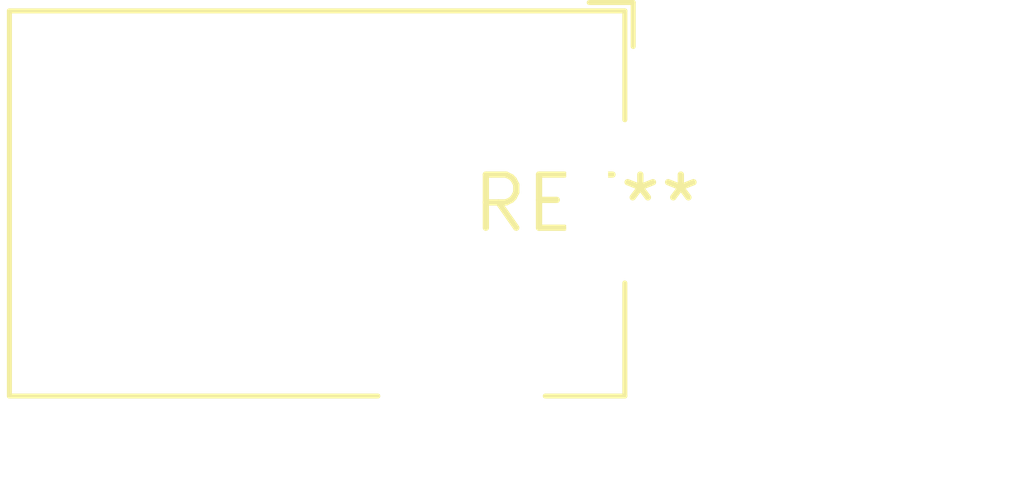
<source format=kicad_pcb>
(kicad_pcb (version 20240108) (generator pcbnew)
  (layers (0 "F.Cu" signal) (31 "B.Cu" signal) (34 "B.Paste" user) (35 "F.Paste" user) (36 "B.SilkS" user "B.Silkscreen") (37 "F.SilkS" user "F.Silkscreen") (38 "B.Mask" user) (39 "F.Mask" user) (44 "Edge.Cuts" user))
  (net 0 "")
  (footprint "BarrelJack_Horizontal" (layer "F.Cu") (at 0 0)
    (property "Reference" "REF**")
    (property "Value" "BarrelJack_Horizontal")
    (fp_line (start -13.8 -4.6) (end 0.9 -4.6) (layer "F.SilkS") (stroke (width 0.12)))
    (fp_line (start -13.8 4.6) (end -13.8 -4.6) (layer "F.SilkS") (stroke (width 0.12)))
    (fp_line (start -5 4.6) (end -13.8 4.6) (layer "F.SilkS") (stroke (width 0.12)))
    (fp_line (start 0.05 -4.8) (end 1.1 -4.8) (layer "F.SilkS") (stroke (width 0.12)))
    (fp_line (start 0.9 -4.6) (end 0.9 -2) (layer "F.SilkS") (stroke (width 0.12)))
    (fp_line (start 0.9 1.9) (end 0.9 4.6) (layer "F.SilkS") (stroke (width 0.12)))
    (fp_line (start 0.9 4.6) (end -1 4.6) (layer "F.SilkS") (stroke (width 0.12)))
    (fp_line (start 1.1 -3.75) (end 1.1 -4.8) (layer "F.SilkS") (stroke (width 0.12)))
    (pad "1" thru_hole rect (at 0 0) (size 3.5 3.5) (drill oval 1 3) (layers *.Cu *.Mask) (remove_unused_layers))
    (pad "2" thru_hole roundrect (at -6 0) (size 3 3.5) (drill oval 1 3) (layers *.Cu *.Mask) (remove_unused_layers))
    (pad "3" thru_hole roundrect (at -3 4.7) (size 3.5 3.5) (drill oval 3 1) (layers *.Cu *.Mask) (remove_unused_layers))
  )
)
</source>
